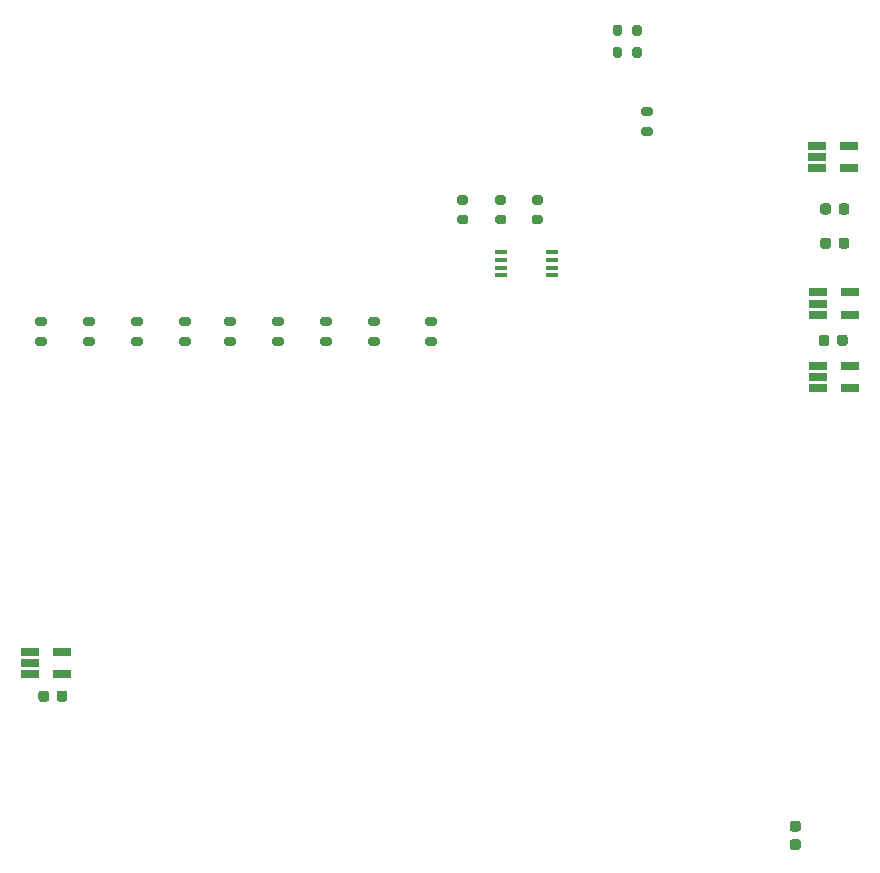
<source format=gbr>
%TF.GenerationSoftware,KiCad,Pcbnew,(5.1.10)-1*%
%TF.CreationDate,2021-08-27T13:44:28+02:00*%
%TF.ProjectId,Pico-profile,5069636f-2d70-4726-9f66-696c652e6b69,rev?*%
%TF.SameCoordinates,Original*%
%TF.FileFunction,Paste,Bot*%
%TF.FilePolarity,Positive*%
%FSLAX46Y46*%
G04 Gerber Fmt 4.6, Leading zero omitted, Abs format (unit mm)*
G04 Created by KiCad (PCBNEW (5.1.10)-1) date 2021-08-27 13:44:28*
%MOMM*%
%LPD*%
G01*
G04 APERTURE LIST*
%ADD10R,1.560000X0.650000*%
%ADD11R,1.100000X0.400000*%
G04 APERTURE END LIST*
%TO.C,R19*%
G36*
G01*
X176001000Y-64242000D02*
X176551000Y-64242000D01*
G75*
G02*
X176751000Y-64442000I0J-200000D01*
G01*
X176751000Y-64842000D01*
G75*
G02*
X176551000Y-65042000I-200000J0D01*
G01*
X176001000Y-65042000D01*
G75*
G02*
X175801000Y-64842000I0J200000D01*
G01*
X175801000Y-64442000D01*
G75*
G02*
X176001000Y-64242000I200000J0D01*
G01*
G37*
G36*
G01*
X176001000Y-62592000D02*
X176551000Y-62592000D01*
G75*
G02*
X176751000Y-62792000I0J-200000D01*
G01*
X176751000Y-63192000D01*
G75*
G02*
X176551000Y-63392000I-200000J0D01*
G01*
X176001000Y-63392000D01*
G75*
G02*
X175801000Y-63192000I0J200000D01*
G01*
X175801000Y-62792000D01*
G75*
G02*
X176001000Y-62592000I200000J0D01*
G01*
G37*
%TD*%
%TO.C,R14*%
G36*
G01*
X163605800Y-71709600D02*
X164155800Y-71709600D01*
G75*
G02*
X164355800Y-71909600I0J-200000D01*
G01*
X164355800Y-72309600D01*
G75*
G02*
X164155800Y-72509600I-200000J0D01*
G01*
X163605800Y-72509600D01*
G75*
G02*
X163405800Y-72309600I0J200000D01*
G01*
X163405800Y-71909600D01*
G75*
G02*
X163605800Y-71709600I200000J0D01*
G01*
G37*
G36*
G01*
X163605800Y-70059600D02*
X164155800Y-70059600D01*
G75*
G02*
X164355800Y-70259600I0J-200000D01*
G01*
X164355800Y-70659600D01*
G75*
G02*
X164155800Y-70859600I-200000J0D01*
G01*
X163605800Y-70859600D01*
G75*
G02*
X163405800Y-70659600I0J200000D01*
G01*
X163405800Y-70259600D01*
G75*
G02*
X163605800Y-70059600I200000J0D01*
G01*
G37*
%TD*%
D10*
%TO.C,U9*%
X193344800Y-67787600D03*
X193344800Y-65887600D03*
X190644800Y-65887600D03*
X190644800Y-66837600D03*
X190644800Y-67787600D03*
%TD*%
%TO.C,R1*%
G36*
G01*
X160955400Y-70859600D02*
X160405400Y-70859600D01*
G75*
G02*
X160205400Y-70659600I0J200000D01*
G01*
X160205400Y-70259600D01*
G75*
G02*
X160405400Y-70059600I200000J0D01*
G01*
X160955400Y-70059600D01*
G75*
G02*
X161155400Y-70259600I0J-200000D01*
G01*
X161155400Y-70659600D01*
G75*
G02*
X160955400Y-70859600I-200000J0D01*
G01*
G37*
G36*
G01*
X160955400Y-72509600D02*
X160405400Y-72509600D01*
G75*
G02*
X160205400Y-72309600I0J200000D01*
G01*
X160205400Y-71909600D01*
G75*
G02*
X160405400Y-71709600I200000J0D01*
G01*
X160955400Y-71709600D01*
G75*
G02*
X161155400Y-71909600I0J-200000D01*
G01*
X161155400Y-72309600D01*
G75*
G02*
X160955400Y-72509600I-200000J0D01*
G01*
G37*
%TD*%
%TO.C,U6*%
X193446400Y-80182800D03*
X193446400Y-78282800D03*
X190746400Y-78282800D03*
X190746400Y-79232800D03*
X190746400Y-80182800D03*
%TD*%
%TO.C,R15*%
G36*
G01*
X167254600Y-70859600D02*
X166704600Y-70859600D01*
G75*
G02*
X166504600Y-70659600I0J200000D01*
G01*
X166504600Y-70259600D01*
G75*
G02*
X166704600Y-70059600I200000J0D01*
G01*
X167254600Y-70059600D01*
G75*
G02*
X167454600Y-70259600I0J-200000D01*
G01*
X167454600Y-70659600D01*
G75*
G02*
X167254600Y-70859600I-200000J0D01*
G01*
G37*
G36*
G01*
X167254600Y-72509600D02*
X166704600Y-72509600D01*
G75*
G02*
X166504600Y-72309600I0J200000D01*
G01*
X166504600Y-71909600D01*
G75*
G02*
X166704600Y-71709600I200000J0D01*
G01*
X167254600Y-71709600D01*
G75*
G02*
X167454600Y-71909600I0J-200000D01*
G01*
X167454600Y-72309600D01*
G75*
G02*
X167254600Y-72509600I-200000J0D01*
G01*
G37*
%TD*%
%TO.C,R18*%
G36*
G01*
X174162400Y-55808200D02*
X174162400Y-56358200D01*
G75*
G02*
X173962400Y-56558200I-200000J0D01*
G01*
X173562400Y-56558200D01*
G75*
G02*
X173362400Y-56358200I0J200000D01*
G01*
X173362400Y-55808200D01*
G75*
G02*
X173562400Y-55608200I200000J0D01*
G01*
X173962400Y-55608200D01*
G75*
G02*
X174162400Y-55808200I0J-200000D01*
G01*
G37*
G36*
G01*
X175812400Y-55808200D02*
X175812400Y-56358200D01*
G75*
G02*
X175612400Y-56558200I-200000J0D01*
G01*
X175212400Y-56558200D01*
G75*
G02*
X175012400Y-56358200I0J200000D01*
G01*
X175012400Y-55808200D01*
G75*
G02*
X175212400Y-55608200I200000J0D01*
G01*
X175612400Y-55608200D01*
G75*
G02*
X175812400Y-55808200I0J-200000D01*
G01*
G37*
%TD*%
%TO.C,R17*%
G36*
G01*
X174162400Y-57687800D02*
X174162400Y-58237800D01*
G75*
G02*
X173962400Y-58437800I-200000J0D01*
G01*
X173562400Y-58437800D01*
G75*
G02*
X173362400Y-58237800I0J200000D01*
G01*
X173362400Y-57687800D01*
G75*
G02*
X173562400Y-57487800I200000J0D01*
G01*
X173962400Y-57487800D01*
G75*
G02*
X174162400Y-57687800I0J-200000D01*
G01*
G37*
G36*
G01*
X175812400Y-57687800D02*
X175812400Y-58237800D01*
G75*
G02*
X175612400Y-58437800I-200000J0D01*
G01*
X175212400Y-58437800D01*
G75*
G02*
X175012400Y-58237800I0J200000D01*
G01*
X175012400Y-57687800D01*
G75*
G02*
X175212400Y-57487800I200000J0D01*
G01*
X175612400Y-57487800D01*
G75*
G02*
X175812400Y-57687800I0J-200000D01*
G01*
G37*
%TD*%
%TO.C,R16*%
G36*
G01*
X124693000Y-82022000D02*
X125243000Y-82022000D01*
G75*
G02*
X125443000Y-82222000I0J-200000D01*
G01*
X125443000Y-82622000D01*
G75*
G02*
X125243000Y-82822000I-200000J0D01*
G01*
X124693000Y-82822000D01*
G75*
G02*
X124493000Y-82622000I0J200000D01*
G01*
X124493000Y-82222000D01*
G75*
G02*
X124693000Y-82022000I200000J0D01*
G01*
G37*
G36*
G01*
X124693000Y-80372000D02*
X125243000Y-80372000D01*
G75*
G02*
X125443000Y-80572000I0J-200000D01*
G01*
X125443000Y-80972000D01*
G75*
G02*
X125243000Y-81172000I-200000J0D01*
G01*
X124693000Y-81172000D01*
G75*
G02*
X124493000Y-80972000I0J200000D01*
G01*
X124493000Y-80572000D01*
G75*
G02*
X124693000Y-80372000I200000J0D01*
G01*
G37*
%TD*%
%TO.C,U8*%
X193475600Y-86395600D03*
X193475600Y-84495600D03*
X190775600Y-84495600D03*
X190775600Y-85445600D03*
X190775600Y-86395600D03*
%TD*%
%TO.C,U5*%
X126746000Y-110612000D03*
X126746000Y-108712000D03*
X124046000Y-108712000D03*
X124046000Y-109662000D03*
X124046000Y-110612000D03*
%TD*%
D11*
%TO.C,U4*%
X163898800Y-74879200D03*
X163898800Y-75529200D03*
X163898800Y-76179200D03*
X163898800Y-76829200D03*
X168198800Y-76829200D03*
X168198800Y-76179200D03*
X168198800Y-75529200D03*
X168198800Y-74879200D03*
%TD*%
%TO.C,R13*%
G36*
G01*
X158263000Y-81172000D02*
X157713000Y-81172000D01*
G75*
G02*
X157513000Y-80972000I0J200000D01*
G01*
X157513000Y-80572000D01*
G75*
G02*
X157713000Y-80372000I200000J0D01*
G01*
X158263000Y-80372000D01*
G75*
G02*
X158463000Y-80572000I0J-200000D01*
G01*
X158463000Y-80972000D01*
G75*
G02*
X158263000Y-81172000I-200000J0D01*
G01*
G37*
G36*
G01*
X158263000Y-82822000D02*
X157713000Y-82822000D01*
G75*
G02*
X157513000Y-82622000I0J200000D01*
G01*
X157513000Y-82222000D01*
G75*
G02*
X157713000Y-82022000I200000J0D01*
G01*
X158263000Y-82022000D01*
G75*
G02*
X158463000Y-82222000I0J-200000D01*
G01*
X158463000Y-82622000D01*
G75*
G02*
X158263000Y-82822000I-200000J0D01*
G01*
G37*
%TD*%
%TO.C,R12*%
G36*
G01*
X153437000Y-81172000D02*
X152887000Y-81172000D01*
G75*
G02*
X152687000Y-80972000I0J200000D01*
G01*
X152687000Y-80572000D01*
G75*
G02*
X152887000Y-80372000I200000J0D01*
G01*
X153437000Y-80372000D01*
G75*
G02*
X153637000Y-80572000I0J-200000D01*
G01*
X153637000Y-80972000D01*
G75*
G02*
X153437000Y-81172000I-200000J0D01*
G01*
G37*
G36*
G01*
X153437000Y-82822000D02*
X152887000Y-82822000D01*
G75*
G02*
X152687000Y-82622000I0J200000D01*
G01*
X152687000Y-82222000D01*
G75*
G02*
X152887000Y-82022000I200000J0D01*
G01*
X153437000Y-82022000D01*
G75*
G02*
X153637000Y-82222000I0J-200000D01*
G01*
X153637000Y-82622000D01*
G75*
G02*
X153437000Y-82822000I-200000J0D01*
G01*
G37*
%TD*%
%TO.C,R11*%
G36*
G01*
X149373000Y-81172000D02*
X148823000Y-81172000D01*
G75*
G02*
X148623000Y-80972000I0J200000D01*
G01*
X148623000Y-80572000D01*
G75*
G02*
X148823000Y-80372000I200000J0D01*
G01*
X149373000Y-80372000D01*
G75*
G02*
X149573000Y-80572000I0J-200000D01*
G01*
X149573000Y-80972000D01*
G75*
G02*
X149373000Y-81172000I-200000J0D01*
G01*
G37*
G36*
G01*
X149373000Y-82822000D02*
X148823000Y-82822000D01*
G75*
G02*
X148623000Y-82622000I0J200000D01*
G01*
X148623000Y-82222000D01*
G75*
G02*
X148823000Y-82022000I200000J0D01*
G01*
X149373000Y-82022000D01*
G75*
G02*
X149573000Y-82222000I0J-200000D01*
G01*
X149573000Y-82622000D01*
G75*
G02*
X149373000Y-82822000I-200000J0D01*
G01*
G37*
%TD*%
%TO.C,R10*%
G36*
G01*
X145309000Y-81172000D02*
X144759000Y-81172000D01*
G75*
G02*
X144559000Y-80972000I0J200000D01*
G01*
X144559000Y-80572000D01*
G75*
G02*
X144759000Y-80372000I200000J0D01*
G01*
X145309000Y-80372000D01*
G75*
G02*
X145509000Y-80572000I0J-200000D01*
G01*
X145509000Y-80972000D01*
G75*
G02*
X145309000Y-81172000I-200000J0D01*
G01*
G37*
G36*
G01*
X145309000Y-82822000D02*
X144759000Y-82822000D01*
G75*
G02*
X144559000Y-82622000I0J200000D01*
G01*
X144559000Y-82222000D01*
G75*
G02*
X144759000Y-82022000I200000J0D01*
G01*
X145309000Y-82022000D01*
G75*
G02*
X145509000Y-82222000I0J-200000D01*
G01*
X145509000Y-82622000D01*
G75*
G02*
X145309000Y-82822000I-200000J0D01*
G01*
G37*
%TD*%
%TO.C,R9*%
G36*
G01*
X141245000Y-81172000D02*
X140695000Y-81172000D01*
G75*
G02*
X140495000Y-80972000I0J200000D01*
G01*
X140495000Y-80572000D01*
G75*
G02*
X140695000Y-80372000I200000J0D01*
G01*
X141245000Y-80372000D01*
G75*
G02*
X141445000Y-80572000I0J-200000D01*
G01*
X141445000Y-80972000D01*
G75*
G02*
X141245000Y-81172000I-200000J0D01*
G01*
G37*
G36*
G01*
X141245000Y-82822000D02*
X140695000Y-82822000D01*
G75*
G02*
X140495000Y-82622000I0J200000D01*
G01*
X140495000Y-82222000D01*
G75*
G02*
X140695000Y-82022000I200000J0D01*
G01*
X141245000Y-82022000D01*
G75*
G02*
X141445000Y-82222000I0J-200000D01*
G01*
X141445000Y-82622000D01*
G75*
G02*
X141245000Y-82822000I-200000J0D01*
G01*
G37*
%TD*%
%TO.C,R8*%
G36*
G01*
X137435000Y-81172000D02*
X136885000Y-81172000D01*
G75*
G02*
X136685000Y-80972000I0J200000D01*
G01*
X136685000Y-80572000D01*
G75*
G02*
X136885000Y-80372000I200000J0D01*
G01*
X137435000Y-80372000D01*
G75*
G02*
X137635000Y-80572000I0J-200000D01*
G01*
X137635000Y-80972000D01*
G75*
G02*
X137435000Y-81172000I-200000J0D01*
G01*
G37*
G36*
G01*
X137435000Y-82822000D02*
X136885000Y-82822000D01*
G75*
G02*
X136685000Y-82622000I0J200000D01*
G01*
X136685000Y-82222000D01*
G75*
G02*
X136885000Y-82022000I200000J0D01*
G01*
X137435000Y-82022000D01*
G75*
G02*
X137635000Y-82222000I0J-200000D01*
G01*
X137635000Y-82622000D01*
G75*
G02*
X137435000Y-82822000I-200000J0D01*
G01*
G37*
%TD*%
%TO.C,R7*%
G36*
G01*
X133371000Y-81172000D02*
X132821000Y-81172000D01*
G75*
G02*
X132621000Y-80972000I0J200000D01*
G01*
X132621000Y-80572000D01*
G75*
G02*
X132821000Y-80372000I200000J0D01*
G01*
X133371000Y-80372000D01*
G75*
G02*
X133571000Y-80572000I0J-200000D01*
G01*
X133571000Y-80972000D01*
G75*
G02*
X133371000Y-81172000I-200000J0D01*
G01*
G37*
G36*
G01*
X133371000Y-82822000D02*
X132821000Y-82822000D01*
G75*
G02*
X132621000Y-82622000I0J200000D01*
G01*
X132621000Y-82222000D01*
G75*
G02*
X132821000Y-82022000I200000J0D01*
G01*
X133371000Y-82022000D01*
G75*
G02*
X133571000Y-82222000I0J-200000D01*
G01*
X133571000Y-82622000D01*
G75*
G02*
X133371000Y-82822000I-200000J0D01*
G01*
G37*
%TD*%
%TO.C,R6*%
G36*
G01*
X129307000Y-81172000D02*
X128757000Y-81172000D01*
G75*
G02*
X128557000Y-80972000I0J200000D01*
G01*
X128557000Y-80572000D01*
G75*
G02*
X128757000Y-80372000I200000J0D01*
G01*
X129307000Y-80372000D01*
G75*
G02*
X129507000Y-80572000I0J-200000D01*
G01*
X129507000Y-80972000D01*
G75*
G02*
X129307000Y-81172000I-200000J0D01*
G01*
G37*
G36*
G01*
X129307000Y-82822000D02*
X128757000Y-82822000D01*
G75*
G02*
X128557000Y-82622000I0J200000D01*
G01*
X128557000Y-82222000D01*
G75*
G02*
X128757000Y-82022000I200000J0D01*
G01*
X129307000Y-82022000D01*
G75*
G02*
X129507000Y-82222000I0J-200000D01*
G01*
X129507000Y-82622000D01*
G75*
G02*
X129307000Y-82822000I-200000J0D01*
G01*
G37*
%TD*%
%TO.C,C8*%
G36*
G01*
X191838400Y-73867200D02*
X191838400Y-74367200D01*
G75*
G02*
X191613400Y-74592200I-225000J0D01*
G01*
X191163400Y-74592200D01*
G75*
G02*
X190938400Y-74367200I0J225000D01*
G01*
X190938400Y-73867200D01*
G75*
G02*
X191163400Y-73642200I225000J0D01*
G01*
X191613400Y-73642200D01*
G75*
G02*
X191838400Y-73867200I0J-225000D01*
G01*
G37*
G36*
G01*
X193388400Y-73867200D02*
X193388400Y-74367200D01*
G75*
G02*
X193163400Y-74592200I-225000J0D01*
G01*
X192713400Y-74592200D01*
G75*
G02*
X192488400Y-74367200I0J225000D01*
G01*
X192488400Y-73867200D01*
G75*
G02*
X192713400Y-73642200I225000J0D01*
G01*
X193163400Y-73642200D01*
G75*
G02*
X193388400Y-73867200I0J-225000D01*
G01*
G37*
%TD*%
%TO.C,C7*%
G36*
G01*
X191712000Y-82096800D02*
X191712000Y-82596800D01*
G75*
G02*
X191487000Y-82821800I-225000J0D01*
G01*
X191037000Y-82821800D01*
G75*
G02*
X190812000Y-82596800I0J225000D01*
G01*
X190812000Y-82096800D01*
G75*
G02*
X191037000Y-81871800I225000J0D01*
G01*
X191487000Y-81871800D01*
G75*
G02*
X191712000Y-82096800I0J-225000D01*
G01*
G37*
G36*
G01*
X193262000Y-82096800D02*
X193262000Y-82596800D01*
G75*
G02*
X193037000Y-82821800I-225000J0D01*
G01*
X192587000Y-82821800D01*
G75*
G02*
X192362000Y-82596800I0J225000D01*
G01*
X192362000Y-82096800D01*
G75*
G02*
X192587000Y-81871800I225000J0D01*
G01*
X193037000Y-81871800D01*
G75*
G02*
X193262000Y-82096800I0J-225000D01*
G01*
G37*
%TD*%
%TO.C,C5*%
G36*
G01*
X191838400Y-70971600D02*
X191838400Y-71471600D01*
G75*
G02*
X191613400Y-71696600I-225000J0D01*
G01*
X191163400Y-71696600D01*
G75*
G02*
X190938400Y-71471600I0J225000D01*
G01*
X190938400Y-70971600D01*
G75*
G02*
X191163400Y-70746600I225000J0D01*
G01*
X191613400Y-70746600D01*
G75*
G02*
X191838400Y-70971600I0J-225000D01*
G01*
G37*
G36*
G01*
X193388400Y-70971600D02*
X193388400Y-71471600D01*
G75*
G02*
X193163400Y-71696600I-225000J0D01*
G01*
X192713400Y-71696600D01*
G75*
G02*
X192488400Y-71471600I0J225000D01*
G01*
X192488400Y-70971600D01*
G75*
G02*
X192713400Y-70746600I225000J0D01*
G01*
X193163400Y-70746600D01*
G75*
G02*
X193388400Y-70971600I0J-225000D01*
G01*
G37*
%TD*%
%TO.C,C4*%
G36*
G01*
X188573600Y-124581800D02*
X189073600Y-124581800D01*
G75*
G02*
X189298600Y-124806800I0J-225000D01*
G01*
X189298600Y-125256800D01*
G75*
G02*
X189073600Y-125481800I-225000J0D01*
G01*
X188573600Y-125481800D01*
G75*
G02*
X188348600Y-125256800I0J225000D01*
G01*
X188348600Y-124806800D01*
G75*
G02*
X188573600Y-124581800I225000J0D01*
G01*
G37*
G36*
G01*
X188573600Y-123031800D02*
X189073600Y-123031800D01*
G75*
G02*
X189298600Y-123256800I0J-225000D01*
G01*
X189298600Y-123706800D01*
G75*
G02*
X189073600Y-123931800I-225000J0D01*
G01*
X188573600Y-123931800D01*
G75*
G02*
X188348600Y-123706800I0J225000D01*
G01*
X188348600Y-123256800D01*
G75*
G02*
X188573600Y-123031800I225000J0D01*
G01*
G37*
%TD*%
%TO.C,C2*%
G36*
G01*
X125646000Y-112221200D02*
X125646000Y-112721200D01*
G75*
G02*
X125421000Y-112946200I-225000J0D01*
G01*
X124971000Y-112946200D01*
G75*
G02*
X124746000Y-112721200I0J225000D01*
G01*
X124746000Y-112221200D01*
G75*
G02*
X124971000Y-111996200I225000J0D01*
G01*
X125421000Y-111996200D01*
G75*
G02*
X125646000Y-112221200I0J-225000D01*
G01*
G37*
G36*
G01*
X127196000Y-112221200D02*
X127196000Y-112721200D01*
G75*
G02*
X126971000Y-112946200I-225000J0D01*
G01*
X126521000Y-112946200D01*
G75*
G02*
X126296000Y-112721200I0J225000D01*
G01*
X126296000Y-112221200D01*
G75*
G02*
X126521000Y-111996200I225000J0D01*
G01*
X126971000Y-111996200D01*
G75*
G02*
X127196000Y-112221200I0J-225000D01*
G01*
G37*
%TD*%
M02*

</source>
